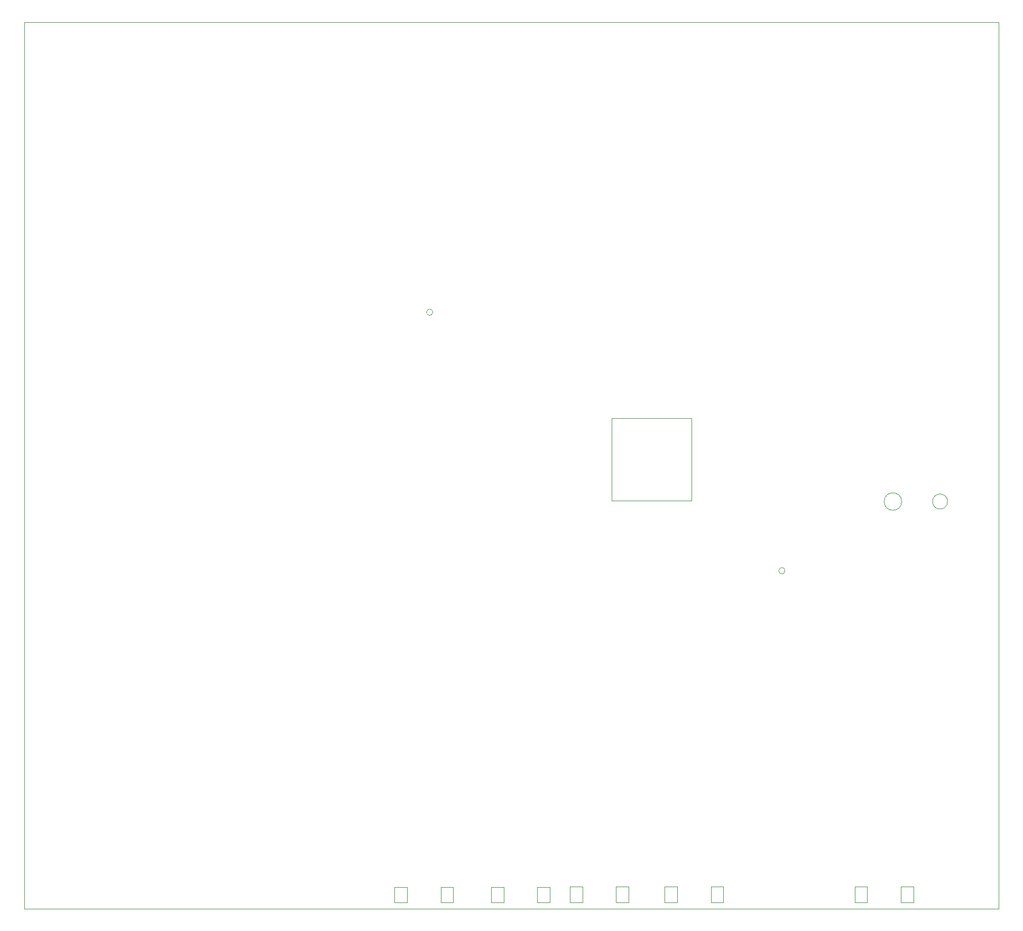
<source format=gm1>
G04 #@! TF.GenerationSoftware,KiCad,Pcbnew,8.0.0-rc1*
G04 #@! TF.CreationDate,2024-04-25T15:33:08+03:00*
G04 #@! TF.ProjectId,MXVR_3568_V4.0,4d585652-5f33-4353-9638-5f56342e302e,REV1*
G04 #@! TF.SameCoordinates,Original*
G04 #@! TF.FileFunction,Profile,NP*
%FSLAX46Y46*%
G04 Gerber Fmt 4.6, Leading zero omitted, Abs format (unit mm)*
G04 Created by KiCad (PCBNEW 8.0.0-rc1) date 2024-04-25 15:33:08*
%MOMM*%
%LPD*%
G01*
G04 APERTURE LIST*
G04 #@! TA.AperFunction,Profile*
%ADD10C,0.050000*%
G04 #@! TD*
G04 APERTURE END LIST*
D10*
X47630000Y-25520000D02*
X203630000Y-25520000D01*
X203630000Y-167520000D01*
X47630000Y-167520000D01*
X47630000Y-25520000D01*
X154480000Y-102200000D02*
X141650000Y-102200000D01*
X141650000Y-88970000D01*
X154480000Y-88970000D01*
X154480000Y-102200000D01*
X113010000Y-72000000D02*
G75*
G02*
X112010000Y-72000000I-500000J0D01*
G01*
X112010000Y-72000000D02*
G75*
G02*
X113010000Y-72000000I500000J0D01*
G01*
X169410000Y-113400000D02*
G75*
G02*
X168410000Y-113400000I-500000J0D01*
G01*
X168410000Y-113400000D02*
G75*
G02*
X169410000Y-113400000I500000J0D01*
G01*
X180590000Y-164020000D02*
X182590000Y-164020000D01*
X182590000Y-166520000D01*
X180590000Y-166520000D01*
X180590000Y-164020000D01*
X187990000Y-164020000D02*
X189990000Y-164020000D01*
X189990000Y-166520000D01*
X187990000Y-166520000D01*
X187990000Y-164020000D01*
X188100000Y-102320000D02*
G75*
G02*
X185300000Y-102320000I-1400000J0D01*
G01*
X185300000Y-102320000D02*
G75*
G02*
X188100000Y-102320000I1400000J0D01*
G01*
X195450000Y-102320000D02*
G75*
G02*
X193050000Y-102320000I-1200000J0D01*
G01*
X193050000Y-102320000D02*
G75*
G02*
X195450000Y-102320000I1200000J0D01*
G01*
X122355000Y-166542500D02*
X124355000Y-166542500D01*
X124355000Y-164042500D01*
X122355000Y-164042500D01*
X122355000Y-166542500D01*
X129755000Y-166542500D02*
X131755000Y-166542500D01*
X131755000Y-164042500D01*
X129755000Y-164042500D01*
X129755000Y-166542500D01*
X150140000Y-166500000D02*
X152140000Y-166500000D01*
X152140000Y-164000000D01*
X150140000Y-164000000D01*
X150140000Y-166500000D01*
X157540000Y-166500000D02*
X159540000Y-166500000D01*
X159540000Y-164000000D01*
X157540000Y-164000000D01*
X157540000Y-166500000D01*
X106900000Y-166552500D02*
X108900000Y-166552500D01*
X108900000Y-164052500D01*
X106900000Y-164052500D01*
X106900000Y-166552500D01*
X114300000Y-166552500D02*
X116300000Y-166552500D01*
X116300000Y-164052500D01*
X114300000Y-164052500D01*
X114300000Y-166552500D01*
X134980000Y-166520000D02*
X136980000Y-166520000D01*
X136980000Y-164020000D01*
X134980000Y-164020000D01*
X134980000Y-166520000D01*
X142380000Y-166520000D02*
X144380000Y-166520000D01*
X144380000Y-164020000D01*
X142380000Y-164020000D01*
X142380000Y-166520000D01*
M02*

</source>
